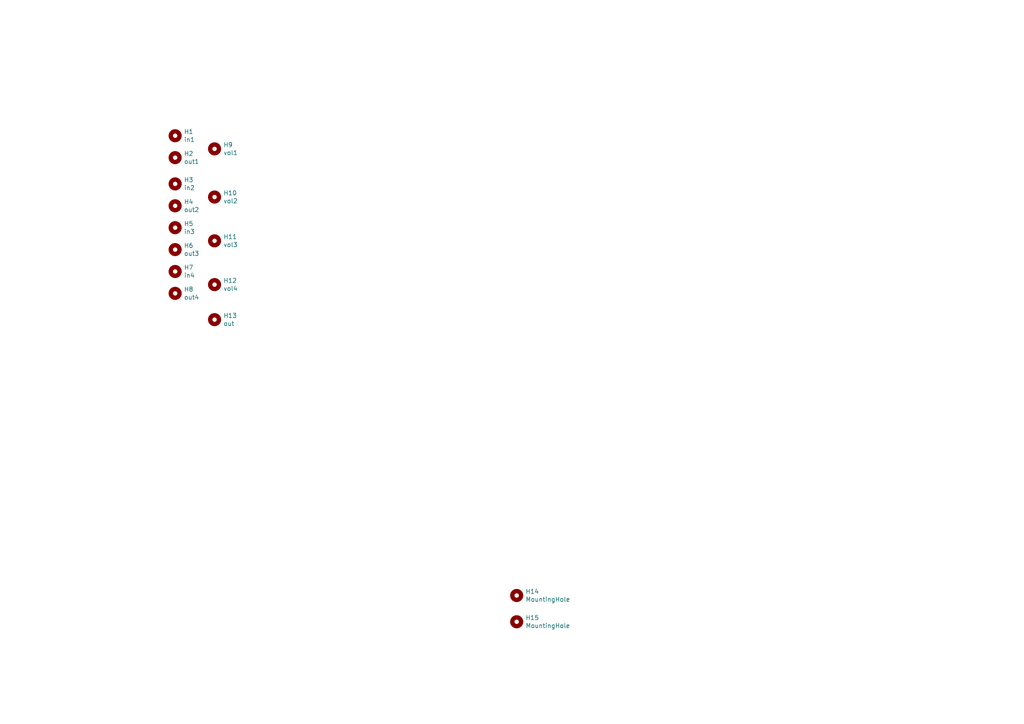
<source format=kicad_sch>
(kicad_sch (version 20211123) (generator eeschema)
  (paper "A4")
  (title_block (title "summe") (rev "R01") (comment 1 "schema for panel") (comment 2 "DC coupled mixer") (comment 4 "License CC BY 4.0 - Attribution 4.0 International"))
  (lib_symbols
    (symbol "Mechanical:MountingHole" (pin_names (offset 1.016))
      (property "Reference" "H" (at 0 5.08 0))
      (property "Value" "MountingHole" (at 0 3.175 0))
      (symbol "MountingHole_0_1"
        (circle (center 0 0) (radius 1.27) (stroke (width 1.27)))
      )
    )
  )
  (symbol (lib_id "Mechanical:MountingHole") (at 62.23 43.18 0) (unit 1)
    (property "Reference" "H9" (at 64.77 42.0116 0) (effects (justify left)))
    (property "Value" "vol1" (at 64.77 44.323 0) (effects (justify left)))
    (property "Footprint" "elektrophon:panel_potentiometer" (effects hide))
  )
  (symbol (lib_id "Mechanical:MountingHole") (at 50.8 39.37 0) (unit 1)
    (property "Reference" "H1" (at 53.34 38.2016 0) (effects (justify left)))
    (property "Value" "in1" (at 53.34 40.513 0) (effects (justify left)))
    (property "Footprint" "elektrophon:panel_jack" (effects hide))
  )
  (symbol (lib_id "Mechanical:MountingHole") (at 62.23 92.71 0) (unit 1)
    (property "Reference" "H13" (at 64.77 91.5416 0) (effects (justify left)))
    (property "Value" "out" (at 64.77 93.853 0) (effects (justify left)))
    (property "Footprint" "elektrophon:panel_jack" (effects hide))
  )
  (symbol (lib_id "Mechanical:MountingHole") (at 50.8 45.72 0) (unit 1)
    (property "Reference" "H2" (at 53.34 44.5516 0) (effects (justify left)))
    (property "Value" "out1" (at 53.34 46.863 0) (effects (justify left)))
    (property "Footprint" "elektrophon:panel_jack" (effects hide))
  )
  (symbol (lib_id "Mechanical:MountingHole") (at 62.23 57.15 0) (unit 1)
    (property "Reference" "H10" (at 64.77 55.9816 0) (effects (justify left)))
    (property "Value" "vol2" (at 64.77 58.293 0) (effects (justify left)))
    (property "Footprint" "elektrophon:panel_potentiometer" (effects hide))
  )
  (symbol (lib_id "Mechanical:MountingHole") (at 50.8 53.34 0) (unit 1)
    (property "Reference" "H3" (at 53.34 52.1716 0) (effects (justify left)))
    (property "Value" "in2" (at 53.34 54.483 0) (effects (justify left)))
    (property "Footprint" "elektrophon:panel_jack" (effects hide))
  )
  (symbol (lib_id "Mechanical:MountingHole") (at 50.8 59.69 0) (unit 1)
    (property "Reference" "H4" (at 53.34 58.5216 0) (effects (justify left)))
    (property "Value" "out2" (at 53.34 60.833 0) (effects (justify left)))
    (property "Footprint" "elektrophon:panel_jack" (effects hide))
  )
  (symbol (lib_id "Mechanical:MountingHole") (at 62.23 69.85 0) (unit 1)
    (property "Reference" "H11" (at 64.77 68.6816 0) (effects (justify left)))
    (property "Value" "vol3" (at 64.77 70.993 0) (effects (justify left)))
    (property "Footprint" "elektrophon:panel_potentiometer" (effects hide))
  )
  (symbol (lib_id "Mechanical:MountingHole") (at 50.8 66.04 0) (unit 1)
    (property "Reference" "H5" (at 53.34 64.8716 0) (effects (justify left)))
    (property "Value" "in3" (at 53.34 67.183 0) (effects (justify left)))
    (property "Footprint" "elektrophon:panel_jack" (effects hide))
  )
  (symbol (lib_id "Mechanical:MountingHole") (at 50.8 72.39 0) (unit 1)
    (property "Reference" "H6" (at 53.34 71.2216 0) (effects (justify left)))
    (property "Value" "out3" (at 53.34 73.533 0) (effects (justify left)))
    (property "Footprint" "elektrophon:panel_jack" (effects hide))
  )
  (symbol (lib_id "Mechanical:MountingHole") (at 62.23 82.55 0) (unit 1)
    (property "Reference" "H12" (at 64.77 81.3816 0) (effects (justify left)))
    (property "Value" "vol4" (at 64.77 83.693 0) (effects (justify left)))
    (property "Footprint" "elektrophon:panel_potentiometer" (effects hide))
  )
  (symbol (lib_id "Mechanical:MountingHole") (at 50.8 78.74 0) (unit 1)
    (property "Reference" "H7" (at 53.34 77.5716 0) (effects (justify left)))
    (property "Value" "in4" (at 53.34 79.883 0) (effects (justify left)))
    (property "Footprint" "elektrophon:panel_jack" (effects hide))
  )
  (symbol (lib_id "Mechanical:MountingHole") (at 50.8 85.09 0) (unit 1)
    (property "Reference" "H8" (at 53.34 83.9216 0) (effects (justify left)))
    (property "Value" "out4" (at 53.34 86.233 0) (effects (justify left)))
    (property "Footprint" "elektrophon:panel_jack" (effects hide))
  )
  (symbol (lib_id "Mechanical:MountingHole") (at 149.86 172.72 0) (unit 1)
    (property "Reference" "H14" (at 152.4 171.5516 0) (effects (justify left)))
    (property "Value" "MountingHole" (at 152.4 173.863 0) (effects (justify left)))
    (property "Footprint" "elektrophon:MountingHole_Panel_3.2mm_M3" (effects hide))
  )
  (symbol (lib_id "Mechanical:MountingHole") (at 149.86 180.34 0) (unit 1)
    (property "Reference" "H15" (at 152.4 179.1716 0) (effects (justify left)))
    (property "Value" "MountingHole" (at 152.4 181.483 0) (effects (justify left)))
    (property "Footprint" "elektrophon:MountingHole_Panel_3.2mm_M3" (effects hide))
  )
)
</source>
